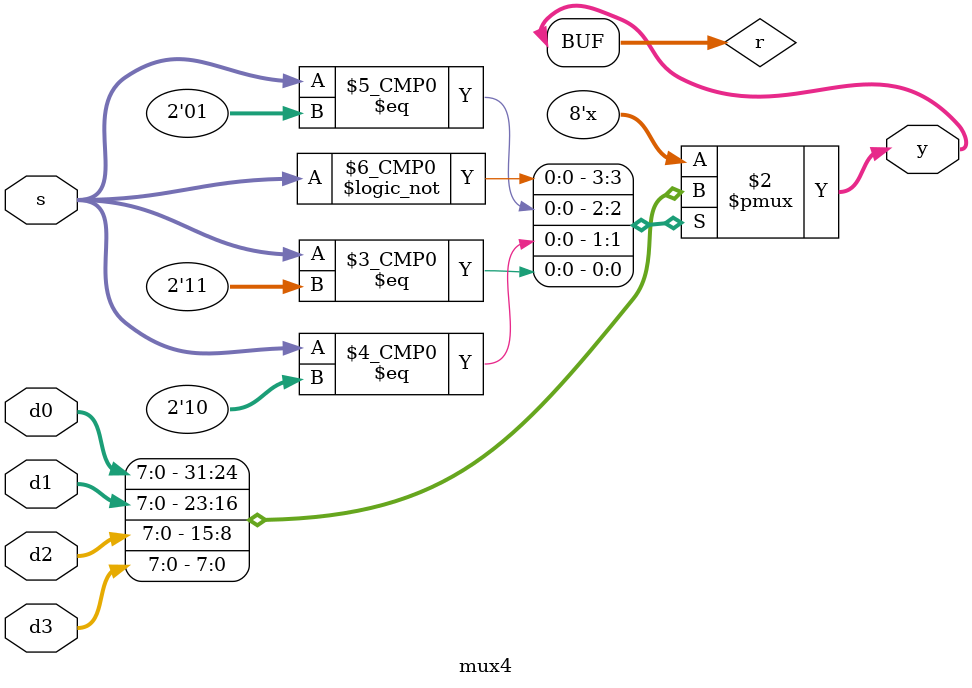
<source format=v>
module mux4 #(parameter WIDTH = 8)
            (input [WIDTH-1:0] d0, d1, d2, d3,
            input  [1:0]       s,
            output [WIDTH-1:0] y);
  
  reg [WIDTH-1:0] r;
  
  always@(*)
	   case(s)
		    2'b00: r<=d0;
		    2'b01: r<=d1;
		    2'b10: r<=d2;
		    2'b11: r<=d3;
	   endcase
  
  assign y = r;
  //assign y = s ? d1 :d0;
endmodule

</source>
